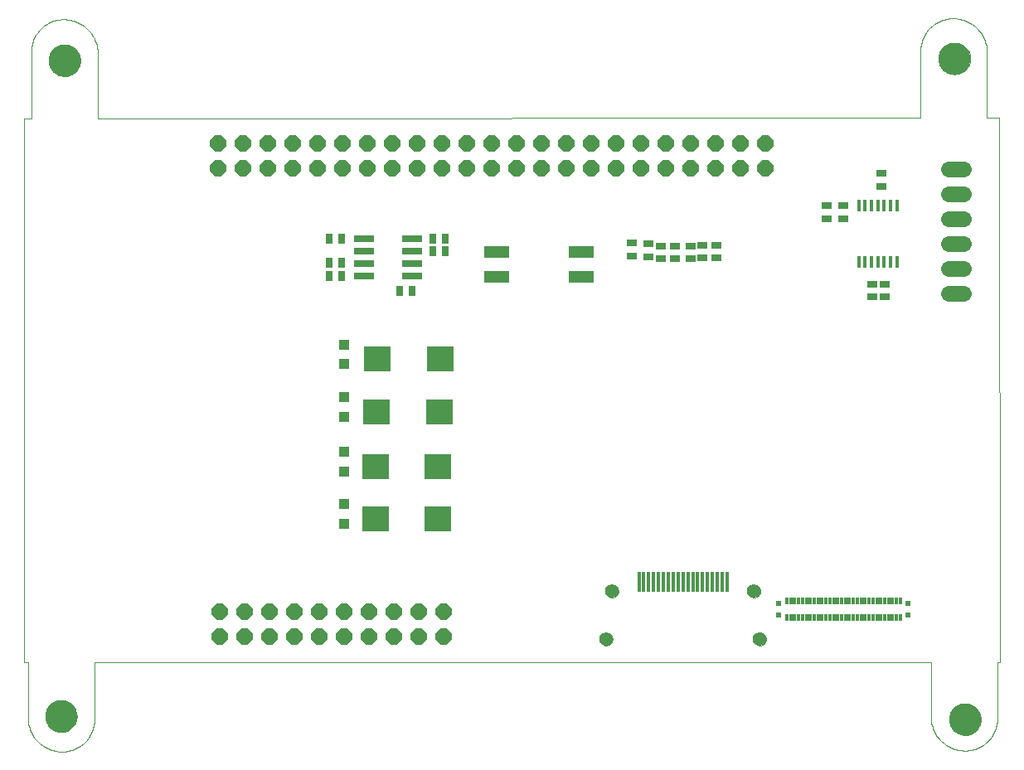
<source format=gbs>
G75*
G70*
%OFA0B0*%
%FSLAX24Y24*%
%IPPOS*%
%LPD*%
%AMOC8*
5,1,8,0,0,1.08239X$1,22.5*
%
%ADD10C,0.0000*%
%ADD11C,0.1300*%
%ADD12OC8,0.0640*%
%ADD13R,0.0820X0.0250*%
%ADD14R,0.0316X0.0394*%
%ADD15R,0.1001X0.0485*%
%ADD16R,0.0434X0.0434*%
%ADD17R,0.1064X0.0985*%
%ADD18R,0.0131X0.0296*%
%ADD19R,0.0217X0.0249*%
%ADD20R,0.0158X0.0788*%
%ADD21C,0.0552*%
%ADD22R,0.0394X0.0316*%
%ADD23R,0.0158X0.0512*%
%ADD24C,0.0640*%
D10*
X001652Y000107D02*
X001722Y000109D01*
X001792Y000115D01*
X001862Y000124D01*
X001931Y000137D01*
X002000Y000154D01*
X002067Y000175D01*
X002133Y000199D01*
X002197Y000227D01*
X002260Y000258D01*
X002322Y000293D01*
X002381Y000331D01*
X002438Y000372D01*
X002493Y000416D01*
X002545Y000463D01*
X002595Y000513D01*
X002642Y000565D01*
X002686Y000620D01*
X002727Y000677D01*
X002765Y000736D01*
X002800Y000798D01*
X002831Y000861D01*
X002859Y000925D01*
X002883Y000991D01*
X002904Y001058D01*
X002921Y001127D01*
X002934Y001196D01*
X002943Y001266D01*
X002949Y001336D01*
X002951Y001406D01*
X002951Y003690D01*
X036573Y003690D01*
X036573Y001524D01*
X036575Y001452D01*
X036581Y001380D01*
X036590Y001308D01*
X036603Y001237D01*
X036620Y001167D01*
X036640Y001098D01*
X036665Y001030D01*
X036692Y000964D01*
X036723Y000898D01*
X036758Y000835D01*
X036795Y000773D01*
X036836Y000714D01*
X036880Y000657D01*
X036927Y000602D01*
X036977Y000550D01*
X037029Y000500D01*
X037084Y000453D01*
X037141Y000409D01*
X037200Y000368D01*
X037262Y000331D01*
X037325Y000296D01*
X037391Y000265D01*
X037457Y000238D01*
X037525Y000213D01*
X037594Y000193D01*
X037664Y000176D01*
X037735Y000163D01*
X037807Y000154D01*
X037879Y000148D01*
X037951Y000146D01*
X037321Y001406D02*
X037323Y001456D01*
X037329Y001506D01*
X037339Y001555D01*
X037353Y001603D01*
X037370Y001650D01*
X037391Y001695D01*
X037416Y001739D01*
X037444Y001780D01*
X037476Y001819D01*
X037510Y001856D01*
X037547Y001890D01*
X037587Y001920D01*
X037629Y001947D01*
X037673Y001971D01*
X037719Y001992D01*
X037766Y002008D01*
X037814Y002021D01*
X037864Y002030D01*
X037913Y002035D01*
X037964Y002036D01*
X038014Y002033D01*
X038063Y002026D01*
X038112Y002015D01*
X038160Y002000D01*
X038206Y001982D01*
X038251Y001960D01*
X038294Y001934D01*
X038335Y001905D01*
X038374Y001873D01*
X038410Y001838D01*
X038442Y001800D01*
X038472Y001760D01*
X038499Y001717D01*
X038522Y001673D01*
X038541Y001627D01*
X038557Y001579D01*
X038569Y001530D01*
X038577Y001481D01*
X038581Y001431D01*
X038581Y001381D01*
X038577Y001331D01*
X038569Y001282D01*
X038557Y001233D01*
X038541Y001185D01*
X038522Y001139D01*
X038499Y001095D01*
X038472Y001052D01*
X038442Y001012D01*
X038410Y000974D01*
X038374Y000939D01*
X038335Y000907D01*
X038294Y000878D01*
X038251Y000852D01*
X038206Y000830D01*
X038160Y000812D01*
X038112Y000797D01*
X038063Y000786D01*
X038014Y000779D01*
X037964Y000776D01*
X037913Y000777D01*
X037864Y000782D01*
X037814Y000791D01*
X037766Y000804D01*
X037719Y000820D01*
X037673Y000841D01*
X037629Y000865D01*
X037587Y000892D01*
X037547Y000922D01*
X037510Y000956D01*
X037476Y000993D01*
X037444Y001032D01*
X037416Y001073D01*
X037391Y001117D01*
X037370Y001162D01*
X037353Y001209D01*
X037339Y001257D01*
X037329Y001306D01*
X037323Y001356D01*
X037321Y001406D01*
X037951Y000147D02*
X038021Y000149D01*
X038091Y000155D01*
X038161Y000164D01*
X038230Y000177D01*
X038299Y000194D01*
X038366Y000215D01*
X038432Y000239D01*
X038496Y000267D01*
X038559Y000298D01*
X038621Y000333D01*
X038680Y000371D01*
X038737Y000412D01*
X038792Y000456D01*
X038844Y000503D01*
X038894Y000553D01*
X038941Y000605D01*
X038985Y000660D01*
X039026Y000717D01*
X039064Y000776D01*
X039099Y000838D01*
X039130Y000901D01*
X039158Y000965D01*
X039182Y001031D01*
X039203Y001098D01*
X039220Y001167D01*
X039233Y001236D01*
X039242Y001306D01*
X039248Y001376D01*
X039250Y001446D01*
X039250Y003690D01*
X039349Y003690D01*
X039329Y025619D01*
X038837Y025619D01*
X038837Y028217D01*
X036907Y027981D02*
X036909Y028031D01*
X036915Y028081D01*
X036925Y028130D01*
X036939Y028178D01*
X036956Y028225D01*
X036977Y028270D01*
X037002Y028314D01*
X037030Y028355D01*
X037062Y028394D01*
X037096Y028431D01*
X037133Y028465D01*
X037173Y028495D01*
X037215Y028522D01*
X037259Y028546D01*
X037305Y028567D01*
X037352Y028583D01*
X037400Y028596D01*
X037450Y028605D01*
X037499Y028610D01*
X037550Y028611D01*
X037600Y028608D01*
X037649Y028601D01*
X037698Y028590D01*
X037746Y028575D01*
X037792Y028557D01*
X037837Y028535D01*
X037880Y028509D01*
X037921Y028480D01*
X037960Y028448D01*
X037996Y028413D01*
X038028Y028375D01*
X038058Y028335D01*
X038085Y028292D01*
X038108Y028248D01*
X038127Y028202D01*
X038143Y028154D01*
X038155Y028105D01*
X038163Y028056D01*
X038167Y028006D01*
X038167Y027956D01*
X038163Y027906D01*
X038155Y027857D01*
X038143Y027808D01*
X038127Y027760D01*
X038108Y027714D01*
X038085Y027670D01*
X038058Y027627D01*
X038028Y027587D01*
X037996Y027549D01*
X037960Y027514D01*
X037921Y027482D01*
X037880Y027453D01*
X037837Y027427D01*
X037792Y027405D01*
X037746Y027387D01*
X037698Y027372D01*
X037649Y027361D01*
X037600Y027354D01*
X037550Y027351D01*
X037499Y027352D01*
X037450Y027357D01*
X037400Y027366D01*
X037352Y027379D01*
X037305Y027395D01*
X037259Y027416D01*
X037215Y027440D01*
X037173Y027467D01*
X037133Y027497D01*
X037096Y027531D01*
X037062Y027568D01*
X037030Y027607D01*
X037002Y027648D01*
X036977Y027692D01*
X036956Y027737D01*
X036939Y027784D01*
X036925Y027832D01*
X036915Y027881D01*
X036909Y027931D01*
X036907Y027981D01*
X037459Y029595D02*
X037531Y029593D01*
X037603Y029587D01*
X037675Y029578D01*
X037746Y029565D01*
X037816Y029548D01*
X037885Y029528D01*
X037953Y029503D01*
X038019Y029476D01*
X038085Y029445D01*
X038148Y029410D01*
X038210Y029373D01*
X038269Y029332D01*
X038326Y029288D01*
X038381Y029241D01*
X038433Y029191D01*
X038483Y029139D01*
X038530Y029084D01*
X038574Y029027D01*
X038615Y028968D01*
X038652Y028906D01*
X038687Y028843D01*
X038718Y028777D01*
X038745Y028711D01*
X038770Y028643D01*
X038790Y028574D01*
X038807Y028504D01*
X038820Y028433D01*
X038829Y028361D01*
X038835Y028289D01*
X038837Y028217D01*
X037459Y029595D02*
X037389Y029593D01*
X037319Y029587D01*
X037249Y029578D01*
X037180Y029565D01*
X037111Y029548D01*
X037044Y029527D01*
X036978Y029503D01*
X036914Y029475D01*
X036851Y029444D01*
X036789Y029409D01*
X036730Y029371D01*
X036673Y029330D01*
X036618Y029286D01*
X036566Y029239D01*
X036516Y029189D01*
X036469Y029137D01*
X036425Y029082D01*
X036384Y029025D01*
X036346Y028966D01*
X036311Y028904D01*
X036280Y028841D01*
X036252Y028777D01*
X036228Y028711D01*
X036207Y028644D01*
X036190Y028575D01*
X036177Y028506D01*
X036168Y028436D01*
X036162Y028366D01*
X036160Y028296D01*
X036160Y025619D01*
X003089Y025580D01*
X003089Y028178D01*
X001120Y027902D02*
X001122Y027952D01*
X001128Y028002D01*
X001138Y028051D01*
X001152Y028099D01*
X001169Y028146D01*
X001190Y028191D01*
X001215Y028235D01*
X001243Y028276D01*
X001275Y028315D01*
X001309Y028352D01*
X001346Y028386D01*
X001386Y028416D01*
X001428Y028443D01*
X001472Y028467D01*
X001518Y028488D01*
X001565Y028504D01*
X001613Y028517D01*
X001663Y028526D01*
X001712Y028531D01*
X001763Y028532D01*
X001813Y028529D01*
X001862Y028522D01*
X001911Y028511D01*
X001959Y028496D01*
X002005Y028478D01*
X002050Y028456D01*
X002093Y028430D01*
X002134Y028401D01*
X002173Y028369D01*
X002209Y028334D01*
X002241Y028296D01*
X002271Y028256D01*
X002298Y028213D01*
X002321Y028169D01*
X002340Y028123D01*
X002356Y028075D01*
X002368Y028026D01*
X002376Y027977D01*
X002380Y027927D01*
X002380Y027877D01*
X002376Y027827D01*
X002368Y027778D01*
X002356Y027729D01*
X002340Y027681D01*
X002321Y027635D01*
X002298Y027591D01*
X002271Y027548D01*
X002241Y027508D01*
X002209Y027470D01*
X002173Y027435D01*
X002134Y027403D01*
X002093Y027374D01*
X002050Y027348D01*
X002005Y027326D01*
X001959Y027308D01*
X001911Y027293D01*
X001862Y027282D01*
X001813Y027275D01*
X001763Y027272D01*
X001712Y027273D01*
X001663Y027278D01*
X001613Y027287D01*
X001565Y027300D01*
X001518Y027316D01*
X001472Y027337D01*
X001428Y027361D01*
X001386Y027388D01*
X001346Y027418D01*
X001309Y027452D01*
X001275Y027489D01*
X001243Y027528D01*
X001215Y027569D01*
X001190Y027613D01*
X001169Y027658D01*
X001152Y027705D01*
X001138Y027753D01*
X001128Y027802D01*
X001122Y027852D01*
X001120Y027902D01*
X001711Y029556D02*
X001783Y029554D01*
X001855Y029548D01*
X001927Y029539D01*
X001998Y029526D01*
X002068Y029509D01*
X002137Y029489D01*
X002205Y029464D01*
X002271Y029437D01*
X002337Y029406D01*
X002400Y029371D01*
X002462Y029334D01*
X002521Y029293D01*
X002578Y029249D01*
X002633Y029202D01*
X002685Y029152D01*
X002735Y029100D01*
X002782Y029045D01*
X002826Y028988D01*
X002867Y028929D01*
X002904Y028867D01*
X002939Y028804D01*
X002970Y028738D01*
X002997Y028672D01*
X003022Y028604D01*
X003042Y028535D01*
X003059Y028465D01*
X003072Y028394D01*
X003081Y028322D01*
X003087Y028250D01*
X003089Y028178D01*
X001711Y029556D02*
X001641Y029554D01*
X001571Y029548D01*
X001501Y029539D01*
X001432Y029526D01*
X001363Y029509D01*
X001296Y029488D01*
X001230Y029464D01*
X001166Y029436D01*
X001103Y029405D01*
X001041Y029370D01*
X000982Y029332D01*
X000925Y029291D01*
X000870Y029247D01*
X000818Y029200D01*
X000768Y029150D01*
X000721Y029098D01*
X000677Y029043D01*
X000636Y028986D01*
X000598Y028927D01*
X000563Y028865D01*
X000532Y028802D01*
X000504Y028738D01*
X000480Y028672D01*
X000459Y028605D01*
X000442Y028536D01*
X000429Y028467D01*
X000420Y028397D01*
X000414Y028327D01*
X000412Y028257D01*
X000411Y028257D02*
X000411Y025580D01*
X000136Y025580D01*
X000136Y003690D01*
X000274Y003690D01*
X000274Y001485D01*
X000982Y001524D02*
X000984Y001574D01*
X000990Y001624D01*
X001000Y001673D01*
X001014Y001721D01*
X001031Y001768D01*
X001052Y001813D01*
X001077Y001857D01*
X001105Y001898D01*
X001137Y001937D01*
X001171Y001974D01*
X001208Y002008D01*
X001248Y002038D01*
X001290Y002065D01*
X001334Y002089D01*
X001380Y002110D01*
X001427Y002126D01*
X001475Y002139D01*
X001525Y002148D01*
X001574Y002153D01*
X001625Y002154D01*
X001675Y002151D01*
X001724Y002144D01*
X001773Y002133D01*
X001821Y002118D01*
X001867Y002100D01*
X001912Y002078D01*
X001955Y002052D01*
X001996Y002023D01*
X002035Y001991D01*
X002071Y001956D01*
X002103Y001918D01*
X002133Y001878D01*
X002160Y001835D01*
X002183Y001791D01*
X002202Y001745D01*
X002218Y001697D01*
X002230Y001648D01*
X002238Y001599D01*
X002242Y001549D01*
X002242Y001499D01*
X002238Y001449D01*
X002230Y001400D01*
X002218Y001351D01*
X002202Y001303D01*
X002183Y001257D01*
X002160Y001213D01*
X002133Y001170D01*
X002103Y001130D01*
X002071Y001092D01*
X002035Y001057D01*
X001996Y001025D01*
X001955Y000996D01*
X001912Y000970D01*
X001867Y000948D01*
X001821Y000930D01*
X001773Y000915D01*
X001724Y000904D01*
X001675Y000897D01*
X001625Y000894D01*
X001574Y000895D01*
X001525Y000900D01*
X001475Y000909D01*
X001427Y000922D01*
X001380Y000938D01*
X001334Y000959D01*
X001290Y000983D01*
X001248Y001010D01*
X001208Y001040D01*
X001171Y001074D01*
X001137Y001111D01*
X001105Y001150D01*
X001077Y001191D01*
X001052Y001235D01*
X001031Y001280D01*
X001014Y001327D01*
X001000Y001375D01*
X000990Y001424D01*
X000984Y001474D01*
X000982Y001524D01*
X000274Y001485D02*
X000276Y001413D01*
X000282Y001341D01*
X000291Y001269D01*
X000304Y001198D01*
X000321Y001128D01*
X000341Y001059D01*
X000366Y000991D01*
X000393Y000925D01*
X000424Y000859D01*
X000459Y000796D01*
X000496Y000734D01*
X000537Y000675D01*
X000581Y000618D01*
X000628Y000563D01*
X000678Y000511D01*
X000730Y000461D01*
X000785Y000414D01*
X000842Y000370D01*
X000901Y000329D01*
X000963Y000292D01*
X001026Y000257D01*
X001092Y000226D01*
X001158Y000199D01*
X001226Y000174D01*
X001295Y000154D01*
X001365Y000137D01*
X001436Y000124D01*
X001508Y000115D01*
X001580Y000109D01*
X001652Y000107D01*
X023266Y004635D02*
X023268Y004666D01*
X023274Y004697D01*
X023283Y004727D01*
X023296Y004756D01*
X023313Y004783D01*
X023333Y004807D01*
X023355Y004829D01*
X023381Y004848D01*
X023408Y004864D01*
X023437Y004876D01*
X023467Y004885D01*
X023498Y004890D01*
X023530Y004891D01*
X023561Y004888D01*
X023592Y004881D01*
X023622Y004871D01*
X023650Y004857D01*
X023676Y004839D01*
X023700Y004819D01*
X023721Y004795D01*
X023740Y004770D01*
X023755Y004742D01*
X023766Y004713D01*
X023774Y004682D01*
X023778Y004651D01*
X023778Y004619D01*
X023774Y004588D01*
X023766Y004557D01*
X023755Y004528D01*
X023740Y004500D01*
X023721Y004475D01*
X023700Y004451D01*
X023676Y004431D01*
X023650Y004413D01*
X023622Y004399D01*
X023592Y004389D01*
X023561Y004382D01*
X023530Y004379D01*
X023498Y004380D01*
X023467Y004385D01*
X023437Y004394D01*
X023408Y004406D01*
X023381Y004422D01*
X023355Y004441D01*
X023333Y004463D01*
X023313Y004487D01*
X023296Y004514D01*
X023283Y004543D01*
X023274Y004573D01*
X023268Y004604D01*
X023266Y004635D01*
X023502Y006564D02*
X023504Y006595D01*
X023510Y006626D01*
X023519Y006656D01*
X023532Y006685D01*
X023549Y006712D01*
X023569Y006736D01*
X023591Y006758D01*
X023617Y006777D01*
X023644Y006793D01*
X023673Y006805D01*
X023703Y006814D01*
X023734Y006819D01*
X023766Y006820D01*
X023797Y006817D01*
X023828Y006810D01*
X023858Y006800D01*
X023886Y006786D01*
X023912Y006768D01*
X023936Y006748D01*
X023957Y006724D01*
X023976Y006699D01*
X023991Y006671D01*
X024002Y006642D01*
X024010Y006611D01*
X024014Y006580D01*
X024014Y006548D01*
X024010Y006517D01*
X024002Y006486D01*
X023991Y006457D01*
X023976Y006429D01*
X023957Y006404D01*
X023936Y006380D01*
X023912Y006360D01*
X023886Y006342D01*
X023858Y006328D01*
X023828Y006318D01*
X023797Y006311D01*
X023766Y006308D01*
X023734Y006309D01*
X023703Y006314D01*
X023673Y006323D01*
X023644Y006335D01*
X023617Y006351D01*
X023591Y006370D01*
X023569Y006392D01*
X023549Y006416D01*
X023532Y006443D01*
X023519Y006472D01*
X023510Y006502D01*
X023504Y006533D01*
X023502Y006564D01*
X029211Y006564D02*
X029213Y006595D01*
X029219Y006626D01*
X029228Y006656D01*
X029241Y006685D01*
X029258Y006712D01*
X029278Y006736D01*
X029300Y006758D01*
X029326Y006777D01*
X029353Y006793D01*
X029382Y006805D01*
X029412Y006814D01*
X029443Y006819D01*
X029475Y006820D01*
X029506Y006817D01*
X029537Y006810D01*
X029567Y006800D01*
X029595Y006786D01*
X029621Y006768D01*
X029645Y006748D01*
X029666Y006724D01*
X029685Y006699D01*
X029700Y006671D01*
X029711Y006642D01*
X029719Y006611D01*
X029723Y006580D01*
X029723Y006548D01*
X029719Y006517D01*
X029711Y006486D01*
X029700Y006457D01*
X029685Y006429D01*
X029666Y006404D01*
X029645Y006380D01*
X029621Y006360D01*
X029595Y006342D01*
X029567Y006328D01*
X029537Y006318D01*
X029506Y006311D01*
X029475Y006308D01*
X029443Y006309D01*
X029412Y006314D01*
X029382Y006323D01*
X029353Y006335D01*
X029326Y006351D01*
X029300Y006370D01*
X029278Y006392D01*
X029258Y006416D01*
X029241Y006443D01*
X029228Y006472D01*
X029219Y006502D01*
X029213Y006533D01*
X029211Y006564D01*
X029447Y004635D02*
X029449Y004666D01*
X029455Y004697D01*
X029464Y004727D01*
X029477Y004756D01*
X029494Y004783D01*
X029514Y004807D01*
X029536Y004829D01*
X029562Y004848D01*
X029589Y004864D01*
X029618Y004876D01*
X029648Y004885D01*
X029679Y004890D01*
X029711Y004891D01*
X029742Y004888D01*
X029773Y004881D01*
X029803Y004871D01*
X029831Y004857D01*
X029857Y004839D01*
X029881Y004819D01*
X029902Y004795D01*
X029921Y004770D01*
X029936Y004742D01*
X029947Y004713D01*
X029955Y004682D01*
X029959Y004651D01*
X029959Y004619D01*
X029955Y004588D01*
X029947Y004557D01*
X029936Y004528D01*
X029921Y004500D01*
X029902Y004475D01*
X029881Y004451D01*
X029857Y004431D01*
X029831Y004413D01*
X029803Y004399D01*
X029773Y004389D01*
X029742Y004382D01*
X029711Y004379D01*
X029679Y004380D01*
X029648Y004385D01*
X029618Y004394D01*
X029589Y004406D01*
X029562Y004422D01*
X029536Y004441D01*
X029514Y004463D01*
X029494Y004487D01*
X029477Y004514D01*
X029464Y004543D01*
X029455Y004573D01*
X029449Y004604D01*
X029447Y004635D01*
D11*
X037951Y001406D03*
X037537Y027981D03*
X001750Y027902D03*
X001612Y001524D03*
D12*
X007978Y004725D03*
X008978Y004725D03*
X009978Y004725D03*
X010978Y004725D03*
X011978Y004725D03*
X012978Y004725D03*
X013978Y004725D03*
X014978Y004725D03*
X015978Y004725D03*
X016978Y004725D03*
X016978Y005725D03*
X015978Y005725D03*
X014978Y005725D03*
X013978Y005725D03*
X012978Y005725D03*
X011978Y005725D03*
X010978Y005725D03*
X009978Y005725D03*
X008978Y005725D03*
X007978Y005725D03*
X007935Y023583D03*
X008935Y023583D03*
X009935Y023583D03*
X010935Y023583D03*
X011935Y023583D03*
X012935Y023583D03*
X013935Y023583D03*
X014935Y023583D03*
X015935Y023583D03*
X016935Y023583D03*
X017935Y023583D03*
X018935Y023583D03*
X019935Y023583D03*
X020935Y023583D03*
X021935Y023583D03*
X022935Y023583D03*
X023935Y023583D03*
X024935Y023583D03*
X025935Y023583D03*
X026935Y023583D03*
X027935Y023583D03*
X028935Y023583D03*
X029935Y023583D03*
X029935Y024583D03*
X028935Y024583D03*
X027935Y024583D03*
X026935Y024583D03*
X025935Y024583D03*
X024935Y024583D03*
X023935Y024583D03*
X022935Y024583D03*
X021935Y024583D03*
X020935Y024583D03*
X019935Y024583D03*
X018935Y024583D03*
X017935Y024583D03*
X016935Y024583D03*
X015935Y024583D03*
X014935Y024583D03*
X013935Y024583D03*
X012935Y024583D03*
X011935Y024583D03*
X010935Y024583D03*
X009935Y024583D03*
X008935Y024583D03*
X007935Y024583D03*
D13*
X013792Y020739D03*
X013792Y020239D03*
X013792Y019739D03*
X013792Y019239D03*
X015732Y019239D03*
X015732Y019739D03*
X015732Y020239D03*
X015732Y020739D03*
D14*
X016553Y020737D03*
X016553Y020225D03*
X017065Y020225D03*
X017065Y020737D03*
X015726Y018650D03*
X015215Y018650D03*
X012892Y019241D03*
X012380Y019241D03*
X012380Y019753D03*
X012892Y019753D03*
X012892Y020737D03*
X012380Y020737D03*
D15*
X019132Y020213D03*
X019132Y019213D03*
X022518Y019213D03*
X022518Y020213D03*
D16*
X012990Y016485D03*
X012990Y015698D03*
X012990Y014359D03*
X012990Y013572D03*
X012990Y012154D03*
X012990Y011367D03*
X012990Y010068D03*
X012990Y009280D03*
D17*
X014250Y009477D03*
X014250Y011564D03*
X016770Y011564D03*
X016770Y009477D03*
X016809Y013769D03*
X016849Y015894D03*
X014329Y015894D03*
X014289Y013769D03*
D18*
X030786Y006180D03*
X030943Y006180D03*
X031100Y006180D03*
X031258Y006180D03*
X031415Y006180D03*
X031573Y006180D03*
X031730Y006180D03*
X031888Y006180D03*
X032045Y006180D03*
X032203Y006180D03*
X032360Y006180D03*
X032518Y006180D03*
X032675Y006180D03*
X032833Y006180D03*
X032990Y006180D03*
X033148Y006180D03*
X033305Y006180D03*
X033463Y006180D03*
X033620Y006180D03*
X033778Y006180D03*
X033935Y006180D03*
X034093Y006180D03*
X034250Y006180D03*
X034408Y006180D03*
X034565Y006180D03*
X034723Y006180D03*
X034880Y006180D03*
X035037Y006180D03*
X035195Y006180D03*
X035352Y006180D03*
X035352Y005491D03*
X035195Y005491D03*
X035037Y005491D03*
X034880Y005491D03*
X034723Y005491D03*
X034565Y005491D03*
X034408Y005491D03*
X034250Y005491D03*
X034093Y005491D03*
X033935Y005491D03*
X033778Y005491D03*
X033620Y005491D03*
X033463Y005491D03*
X033305Y005491D03*
X033148Y005491D03*
X032990Y005491D03*
X032833Y005491D03*
X032675Y005491D03*
X032518Y005491D03*
X032360Y005491D03*
X032203Y005491D03*
X032045Y005491D03*
X031888Y005491D03*
X031730Y005491D03*
X031573Y005491D03*
X031415Y005491D03*
X031258Y005491D03*
X031100Y005491D03*
X030943Y005491D03*
X030786Y005491D03*
D19*
X030471Y005613D03*
X030471Y006058D03*
X035667Y006058D03*
X035667Y005613D03*
D20*
X028384Y006938D03*
X028187Y006938D03*
X027990Y006938D03*
X027793Y006938D03*
X027597Y006938D03*
X027400Y006938D03*
X027203Y006938D03*
X027006Y006938D03*
X026809Y006938D03*
X026612Y006938D03*
X026415Y006938D03*
X026219Y006938D03*
X026022Y006938D03*
X025825Y006938D03*
X025628Y006938D03*
X025431Y006938D03*
X025234Y006938D03*
X025037Y006938D03*
X024841Y006938D03*
D21*
X023758Y006564D03*
X023522Y004635D03*
X029703Y004635D03*
X029467Y006564D03*
D22*
X034211Y018394D03*
X034723Y018394D03*
X034723Y018906D03*
X034211Y018906D03*
X033069Y021544D03*
X033069Y022056D03*
X032400Y022056D03*
X032400Y021544D03*
X034585Y022843D03*
X034585Y023355D03*
X027951Y020481D03*
X027951Y019969D03*
X027400Y019969D03*
X026927Y019930D03*
X026927Y020442D03*
X027400Y020481D03*
X026297Y020442D03*
X026297Y019930D03*
X025707Y019930D03*
X025234Y020009D03*
X025707Y020442D03*
X025234Y020520D03*
X024565Y020560D03*
X024565Y020048D03*
D23*
X033679Y019792D03*
X033935Y019792D03*
X034191Y019792D03*
X034447Y019792D03*
X034703Y019792D03*
X034959Y019792D03*
X035215Y019792D03*
X035215Y022076D03*
X034959Y022076D03*
X034703Y022076D03*
X034447Y022076D03*
X034191Y022076D03*
X033935Y022076D03*
X033679Y022076D03*
D24*
X037297Y022552D02*
X037897Y022552D01*
X037897Y021552D02*
X037297Y021552D01*
X037297Y020552D02*
X037897Y020552D01*
X037897Y019552D02*
X037297Y019552D01*
X037297Y018552D02*
X037897Y018552D01*
X037897Y023552D02*
X037297Y023552D01*
M02*

</source>
